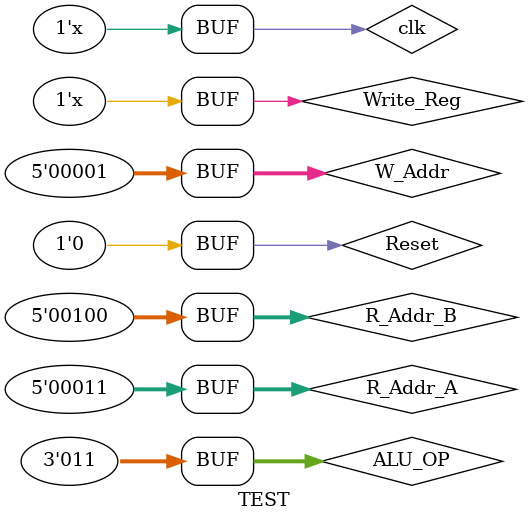
<source format=v>
`timescale 1ns / 1ps


module TEST;

	// Inputs
	reg clk;
	reg [4:0] R_Addr_A;
	reg [4:0] R_Addr_B;
	reg [4:0] W_Addr;
	reg Reset;
	reg Write_Reg;
	reg [2:0] ALU_OP;

	// Outputs
	wire [31:0] LED;
	wire OF;
	wire ZF;

	// Instantiate the Unit Under Test (UUT)
	MAIN uut (
		.clk(clk), 
		.R_Addr_A(R_Addr_A), 
		.R_Addr_B(R_Addr_B), 
		.W_Addr(W_Addr), 
		.Reset(Reset), 
		.Write_Reg(Write_Reg), 
		.ALU_OP(ALU_OP), 
		.LED(LED), 
		.OF(OF), 
		.ZF(ZF)
	);

	initial begin
		// Initialize Inputs
		clk = 0;
		Reset = 1;
		Write_Reg = 0;
		#10;
		Reset = 0;
		
		
		R_Addr_A = 0;
		R_Addr_B = 1;
		W_Addr = 3;
		Reset = 0;
		ALU_OP = 3;

		// Wait 100 ns for global reset to finish
		#4;
		
		R_Addr_A = 0;
		R_Addr_B = 1;
		W_Addr = 3;
		Reset = 0;
		
		ALU_OP = 3;

		// Wait 100 ns for global reset to finish
		#4;
        
		R_Addr_A = 3;
		R_Addr_B = 4;
		W_Addr = 1;
		Reset = 0;
		ALU_OP = 3;

		// Wait 100 ns for global reset to finish
		#4;
		
		R_Addr_A = 3;
		R_Addr_B = 4;
		W_Addr = 1;
		Reset = 0;
		ALU_OP = 3;

		// Wait 100 ns for global reset to finish
		#4;

	end
   always #1 clk = ~clk;
	always #1 Write_Reg = ~Write_Reg;
      
endmodule


</source>
